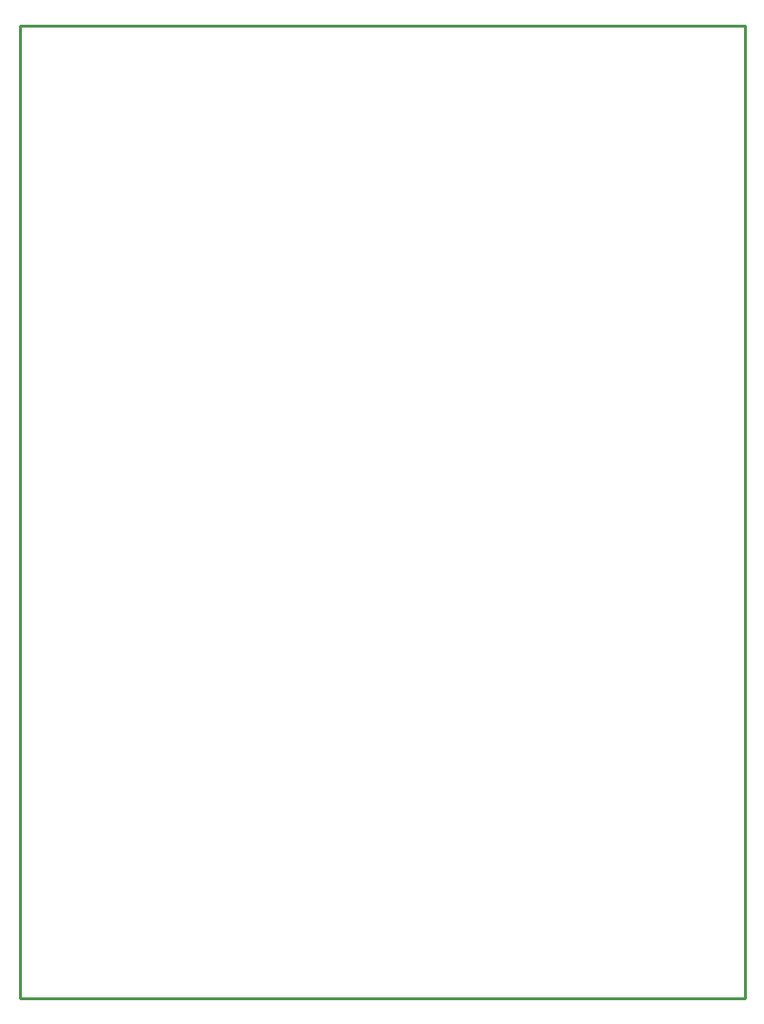
<source format=gko>
G04 Layer: BoardOutlineLayer*
G04 EasyEDA v6.5.42, 2024-04-17 10:54:12*
G04 b58fe179de73491898139d20c7eecbb3,24a069b98e7845178fa3f65ba4aff580,10*
G04 Gerber Generator version 0.2*
G04 Scale: 100 percent, Rotated: No, Reflected: No *
G04 Dimensions in millimeters *
G04 leading zeros omitted , absolute positions ,4 integer and 5 decimal *
%FSLAX45Y45*%
%MOMM*%

%ADD10C,0.2540*%
D10*
X152400Y8216900D02*
G01*
X317500Y8216900D01*
X6604000Y8216900D01*
X6604000Y-431800D01*
X152400Y-431800D01*
X152400Y8140700D01*
X152400Y8216900D01*

%LPD*%
M02*

</source>
